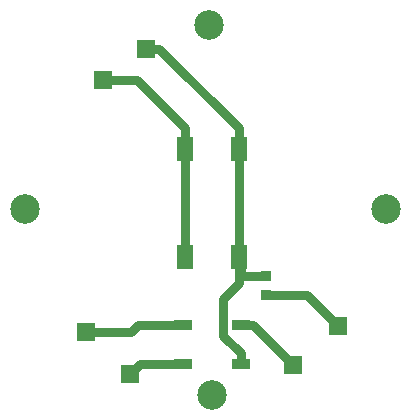
<source format=gbr>
%TF.GenerationSoftware,Altium Limited,Altium Designer,20.0.13 (296)*%
G04 Layer_Physical_Order=1*
G04 Layer_Color=255*
%FSLAX45Y45*%
%MOMM*%
%TF.FileFunction,Copper,L1,Top,Signal*%
%TF.Part,Single*%
G01*
G75*
%TA.AperFunction,SMDPad,CuDef*%
%ADD10R,1.40000X2.10000*%
%ADD11R,0.97000X0.92000*%
%ADD12R,1.50000X0.90000*%
%TA.AperFunction,Conductor*%
%ADD13C,0.80000*%
%TA.AperFunction,ComponentPad*%
%ADD14R,1.50000X1.50000*%
%TA.AperFunction,ViaPad*%
%ADD15C,2.50000*%
D10*
X12830602Y10386400D02*
D03*
Y9476400D02*
D03*
X13280598D02*
D03*
Y10386400D02*
D03*
D11*
X13512801Y9311701D02*
D03*
Y9156700D02*
D03*
D12*
X13300598Y8572602D02*
D03*
Y8902598D02*
D03*
X12810602D02*
D03*
Y8572602D02*
D03*
D13*
X13309599Y9311701D02*
X13512801D01*
X13280598Y9476400D02*
X13309599Y9311701D01*
X12446102Y8572602D02*
X12810602D01*
X12357100Y8483600D02*
X12446102Y8572602D01*
X13280598Y10386400D02*
Y10567462D01*
X12608560Y11239500D02*
X13280598Y10567462D01*
X12496800Y11239500D02*
X12608560D01*
X12830602Y10386400D02*
Y10566400D01*
X12424202Y10972800D02*
X12830602Y10566400D01*
X12128500Y10972800D02*
X12424202D01*
X13300598Y8572602D02*
Y8660242D01*
X13149580Y8811260D02*
X13300598Y8660242D01*
X13149580Y8811260D02*
Y9122202D01*
X13280598Y9253220D01*
Y9476400D01*
X13300598Y8902598D02*
X13398602D01*
X13741400Y8559800D01*
X13512801Y9156700D02*
X13855701D01*
X14122400Y8890000D01*
X13280598Y9476400D02*
Y10386400D01*
X12430658Y8902598D02*
X12810602D01*
X12367260Y8839200D02*
X12430658Y8902598D01*
X11988800Y8839200D02*
X12367260D01*
X12830602Y9476400D02*
Y10386400D01*
D14*
X14122400Y8890000D02*
D03*
X12496800Y11239500D02*
D03*
X12128500Y10972800D02*
D03*
X13741400Y8559800D02*
D03*
X12357100Y8483600D02*
D03*
X11988800Y8839200D02*
D03*
D15*
X13055600Y8305800D02*
D03*
X14528799Y9880600D02*
D03*
X11468100D02*
D03*
X13030200Y11442700D02*
D03*
%TF.MD5,559c7e1d9a5aceacc118f2d55e3ab111*%
M02*

</source>
